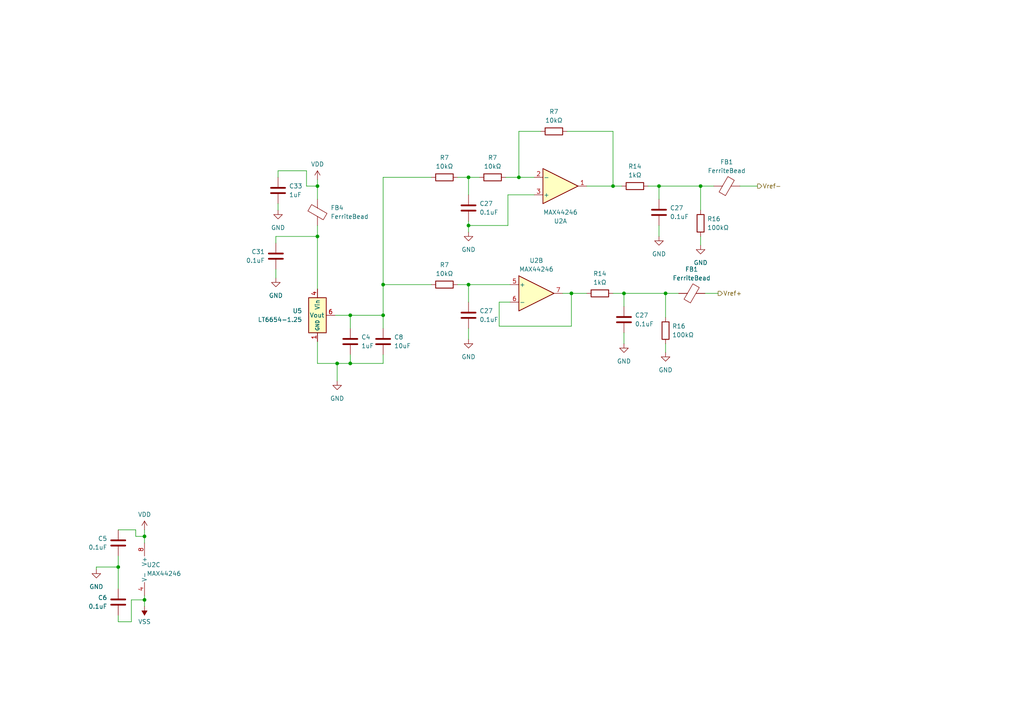
<source format=kicad_sch>
(kicad_sch (version 20230121) (generator eeschema)
  (paper "A4")
  (lib_symbols
    (symbol "Amplifier_Operational1:LT6654-1.25"
      (property "Reference" "U" (at -3.81 6.35 0))
      (property "Value" "LT6654-1.25" (at 6.35 -6.35 0))
      (symbol "LT6654-1.25_0_1"
        (rectangle (start 2.54 5.08) (end -2.54 -5.08) (stroke (width 0.254)) (fill (type background)))
      )
      (symbol "LT6654-1.25_1_1"
        (pin power_in line (at 0 -7.62 90) (length 2.54) (name "GND") (number "1"))
        (pin passive line (at 0 -7.62 90) (length 2.54) hide (name "GND") (number "2"))
        (pin power_in line (at 0 7.62 270) (length 2.54) (name "Vin") (number "4"))
        (pin output line (at 5.08 0 180) (length 2.54) (name "Vout") (number "6"))
      )
    )
    (symbol "Amplifier_Operational1:MAX44246" (pin_names (offset 0.127))
      (property "Reference" "U" (at 2.54 6.35 0))
      (property "Value" "MAX44246" (at 2.54 3.81 0))
      (symbol "MAX44246_1_1"
        (polyline (pts (xy 5.08 0) (xy -5.08 5.08) (xy -5.08 -5.08) (xy 5.08 0)) (stroke (width 0.254)) (fill (type background)))
        (pin output line (at 7.62 0 180) (length 2.54) (name "~") (number "1"))
        (pin input line (at -7.62 -2.54 0) (length 2.54) (name "-") (number "2"))
        (pin input line (at -7.62 2.54 0) (length 2.54) (name "+") (number "3"))
      )
      (symbol "MAX44246_2_1"
        (polyline (pts (xy -5.08 5.08) (xy -5.08 -5.08) (xy 5.08 0) (xy -5.08 5.08)) (stroke (width 0.254)) (fill (type background)))
        (pin input line (at -7.62 2.54 0) (length 2.54) (name "+") (number "5"))
        (pin input line (at -7.62 -2.54 0) (length 2.54) (name "-") (number "6"))
        (pin output line (at 7.62 0 180) (length 2.54) (name "~") (number "7"))
      )
      (symbol "MAX44246_3_1"
        (pin power_in line (at 0 -7.62 90) (length 3.81) (name "V-") (number "4"))
        (pin power_in line (at 0 7.62 270) (length 3.81) (name "V+") (number "8"))
      )
    )
    (symbol "Device:C" (pin_numbers hide) (pin_names (offset 0.254))
      (property "Reference" "C" (at 0.635 2.54 0))
      (property "Value" "C" (at 0.635 -2.54 0))
      (symbol "C_0_1"
        (polyline (pts (xy -2.032 -0.762) (xy 2.032 -0.762)) (stroke (width 0.508)))
        (polyline (pts (xy -2.032 0.762) (xy 2.032 0.762)) (stroke (width 0.508)))
      )
      (symbol "C_1_1"
        (pin passive line (at 0 3.81 270) (length 2.794) (name "~") (number "1"))
        (pin passive line (at 0 -3.81 90) (length 2.794) (name "~") (number "2"))
      )
    )
    (symbol "Device:FerriteBead" (pin_numbers hide) (pin_names (offset 0))
      (property "Reference" "FB" (at -3.81 0.635 90))
      (property "Value" "FerriteBead" (at 3.81 0 90))
      (symbol "FerriteBead_0_1"
        (polyline (pts (xy 0 -1.27) (xy 0 -1.2192)))
        (polyline (pts (xy 0 1.27) (xy 0 1.2954)))
        (polyline (pts (xy -2.7686 0.4064) (xy -1.7018 2.2606) (xy 2.7686 -0.3048) (xy 1.6764 -2.159) (xy -2.7686 0.4064)))
      )
      (symbol "FerriteBead_1_1"
        (pin passive line (at 0 3.81 270) (length 2.54) (name "~") (number "1"))
        (pin passive line (at 0 -3.81 90) (length 2.54) (name "~") (number "2"))
      )
    )
    (symbol "Device:R" (pin_numbers hide) (pin_names (offset 0))
      (property "Reference" "R" (at 2.032 0 90))
      (property "Value" "R" (at 0 0 90))
      (symbol "R_0_1"
        (rectangle (start -1.016 -2.54) (end 1.016 2.54) (stroke (width 0.254)))
      )
      (symbol "R_1_1"
        (pin passive line (at 0 3.81 270) (length 1.27) (name "~") (number "1"))
        (pin passive line (at 0 -3.81 90) (length 1.27) (name "~") (number "2"))
      )
    )
    (symbol "MAX44246_1" (pin_names (offset 0.127))
      (property "Reference" "U" (at 2.54 6.35 0))
      (property "Value" "MAX44246" (at 2.54 3.81 0))
      (symbol "MAX44246_1_1_1"
        (polyline (pts (xy 5.08 0) (xy -5.08 5.08) (xy -5.08 -5.08) (xy 5.08 0)) (stroke (width 0.254)) (fill (type background)))
        (pin output line (at 7.62 0 180) (length 2.54) (name "~") (number "1"))
        (pin input line (at -7.62 -2.54 0) (length 2.54) (name "-") (number "2"))
        (pin input line (at -7.62 2.54 0) (length 2.54) (name "+") (number "3"))
      )
      (symbol "MAX44246_1_2_1"
        (polyline (pts (xy -5.08 5.08) (xy -5.08 -5.08) (xy 5.08 0) (xy -5.08 5.08)) (stroke (width 0.254)) (fill (type background)))
        (pin input line (at -7.62 2.54 0) (length 2.54) (name "+") (number "5"))
        (pin input line (at -7.62 -2.54 0) (length 2.54) (name "-") (number "6"))
        (pin output line (at 7.62 0 180) (length 2.54) (name "~") (number "7"))
      )
      (symbol "MAX44246_1_3_1"
        (pin power_in line (at 0 -7.62 90) (length 3.81) (name "V-") (number "4"))
        (pin power_in line (at 0 7.62 270) (length 3.81) (name "V+") (number "8"))
      )
    )
    (symbol "power:GND" (power) (pin_names (offset 0))
      (property "Value" "GND" (at 0 -3.81 0))
      (symbol "GND_0_1"
        (polyline (pts (xy 0 0) (xy 0 -1.27) (xy 1.27 -1.27) (xy 0 -2.54) (xy -1.27 -1.27) (xy 0 -1.27)))
      )
      (symbol "GND_1_1"
        (pin power_in line (at 0 0 270) (length 0) hide (name "GND") (number "1"))
      )
    )
    (symbol "power:VDD" (power) (pin_names (offset 0))
      (property "Value" "VDD" (at 0 3.81 0))
      (symbol "VDD_0_1"
        (polyline (pts (xy -0.762 1.27) (xy 0 2.54)))
        (polyline (pts (xy 0 0) (xy 0 2.54)))
        (polyline (pts (xy 0 2.54) (xy 0.762 1.27)))
      )
      (symbol "VDD_1_1"
        (pin power_in line (at 0 0 90) (length 0) hide (name "VDD") (number "1"))
      )
    )
    (symbol "power:VSS" (power) (pin_names (offset 0))
      (property "Value" "VSS" (at 0 3.81 0))
      (symbol "VSS_0_1"
        (polyline (pts (xy 0 0) (xy 0 2.54)))
        (polyline (pts (xy 0.762 1.27) (xy -0.762 1.27) (xy 0 2.54) (xy 0.762 1.27)) (fill (type outline)))
      )
      (symbol "VSS_1_1"
        (pin power_in line (at 0 0 90) (length 0) hide (name "VSS") (number "1"))
      )
    )
  )
  (junction (at 150.495 51.435))
  (junction (at 97.79 105.41))
  (junction (at 135.89 51.435))
  (junction (at 34.29 164.465))
  (junction (at 101.6 105.41))
  (junction (at 41.91 155.575))
  (junction (at 203.2 53.975))
  (junction (at 193.04 85.09))
  (junction (at 41.91 173.99))
  (junction (at 92.075 68.58))
  (junction (at 180.975 85.09))
  (junction (at 111.125 91.44))
  (junction (at 135.89 82.55))
  (junction (at 135.89 65.405))
  (junction (at 111.125 82.55))
  (junction (at 177.8 53.975))
  (junction (at 101.6 91.44))
  (junction (at 165.735 85.09))
  (junction (at 92.075 53.975))
  (junction (at 191.135 53.975))
  (wire (pts (xy 41.91 173.99) (xy 38.1 173.99)))
  (wire (pts (xy 177.8 85.09) (xy 180.975 85.09)))
  (wire (pts (xy 101.6 91.44) (xy 101.6 95.25)))
  (wire (pts (xy 165.735 85.09) (xy 163.195 85.09)))
  (wire (pts (xy 111.125 51.435) (xy 111.125 82.55)))
  (wire (pts (xy 193.04 99.695) (xy 193.04 102.235)))
  (wire (pts (xy 177.8 38.1) (xy 177.8 53.975)))
  (wire (pts (xy 111.125 105.41) (xy 111.125 102.87)))
  (wire (pts (xy 164.465 38.1) (xy 177.8 38.1)))
  (wire (pts (xy 203.2 53.975) (xy 207.01 53.975)))
  (wire (pts (xy 135.89 95.25) (xy 135.89 98.425)))
  (wire (pts (xy 193.04 85.09) (xy 196.85 85.09)))
  (wire (pts (xy 88.9 49.53) (xy 88.9 53.975)))
  (wire (pts (xy 144.78 94.615) (xy 165.735 94.615)))
  (wire (pts (xy 92.075 68.58) (xy 80.01 68.58)))
  (wire (pts (xy 88.9 53.975) (xy 92.075 53.975)))
  (wire (pts (xy 187.96 53.975) (xy 191.135 53.975)))
  (wire (pts (xy 39.37 155.575) (xy 41.91 155.575)))
  (wire (pts (xy 135.89 82.55) (xy 135.89 87.63)))
  (wire (pts (xy 177.8 53.975) (xy 180.34 53.975)))
  (wire (pts (xy 92.075 68.58) (xy 92.075 83.82)))
  (wire (pts (xy 92.075 53.975) (xy 92.075 57.785)))
  (wire (pts (xy 147.955 87.63) (xy 144.78 87.63)))
  (wire (pts (xy 111.125 91.44) (xy 111.125 82.55)))
  (wire (pts (xy 132.715 51.435) (xy 135.89 51.435)))
  (wire (pts (xy 80.01 78.105) (xy 80.01 80.645)))
  (wire (pts (xy 111.125 82.55) (xy 125.095 82.55)))
  (wire (pts (xy 144.78 87.63) (xy 144.78 94.615)))
  (wire (pts (xy 150.495 38.1) (xy 156.845 38.1)))
  (wire (pts (xy 204.47 85.09) (xy 208.28 85.09)))
  (wire (pts (xy 150.495 51.435) (xy 150.495 38.1)))
  (wire (pts (xy 214.63 53.975) (xy 219.71 53.975)))
  (wire (pts (xy 34.29 153.67) (xy 39.37 153.67)))
  (wire (pts (xy 191.135 65.405) (xy 191.135 68.58)))
  (wire (pts (xy 92.075 99.06) (xy 92.075 105.41)))
  (wire (pts (xy 97.155 91.44) (xy 101.6 91.44)))
  (wire (pts (xy 147.32 65.405) (xy 135.89 65.405)))
  (wire (pts (xy 34.29 180.34) (xy 34.29 178.435)))
  (wire (pts (xy 92.075 53.975) (xy 92.075 52.07)))
  (wire (pts (xy 38.1 173.99) (xy 38.1 180.34)))
  (wire (pts (xy 135.89 51.435) (xy 135.89 56.515)))
  (wire (pts (xy 80.01 68.58) (xy 80.01 70.485)))
  (wire (pts (xy 41.91 155.575) (xy 41.91 157.48)))
  (wire (pts (xy 92.075 65.405) (xy 92.075 68.58)))
  (wire (pts (xy 97.79 105.41) (xy 101.6 105.41)))
  (wire (pts (xy 193.04 85.09) (xy 193.04 92.075)))
  (wire (pts (xy 41.91 172.72) (xy 41.91 173.99)))
  (wire (pts (xy 150.495 51.435) (xy 154.94 51.435)))
  (wire (pts (xy 180.975 88.9) (xy 180.975 85.09)))
  (wire (pts (xy 135.89 65.405) (xy 135.89 67.31)))
  (wire (pts (xy 135.89 51.435) (xy 139.065 51.435)))
  (wire (pts (xy 27.94 164.465) (xy 34.29 164.465)))
  (wire (pts (xy 101.6 105.41) (xy 111.125 105.41)))
  (wire (pts (xy 146.685 51.435) (xy 150.495 51.435)))
  (wire (pts (xy 180.975 96.52) (xy 180.975 99.695)))
  (wire (pts (xy 34.29 164.465) (xy 34.29 170.815)))
  (wire (pts (xy 97.79 105.41) (xy 97.79 110.49)))
  (wire (pts (xy 80.645 59.055) (xy 80.645 60.96)))
  (wire (pts (xy 147.32 56.515) (xy 147.32 65.405)))
  (wire (pts (xy 80.645 49.53) (xy 88.9 49.53)))
  (wire (pts (xy 191.135 53.975) (xy 203.2 53.975)))
  (wire (pts (xy 34.29 164.465) (xy 34.29 161.29)))
  (wire (pts (xy 135.89 64.135) (xy 135.89 65.405)))
  (wire (pts (xy 27.94 164.465) (xy 27.94 165.1)))
  (wire (pts (xy 125.095 51.435) (xy 111.125 51.435)))
  (wire (pts (xy 101.6 91.44) (xy 111.125 91.44)))
  (wire (pts (xy 165.735 94.615) (xy 165.735 85.09)))
  (wire (pts (xy 92.075 105.41) (xy 97.79 105.41)))
  (wire (pts (xy 180.975 85.09) (xy 193.04 85.09)))
  (wire (pts (xy 80.645 51.435) (xy 80.645 49.53)))
  (wire (pts (xy 154.94 56.515) (xy 147.32 56.515)))
  (wire (pts (xy 132.715 82.55) (xy 135.89 82.55)))
  (wire (pts (xy 111.125 91.44) (xy 111.125 95.25)))
  (wire (pts (xy 41.91 155.575) (xy 41.91 153.67)))
  (wire (pts (xy 203.2 53.975) (xy 203.2 60.96)))
  (wire (pts (xy 135.89 82.55) (xy 147.955 82.55)))
  (wire (pts (xy 203.2 68.58) (xy 203.2 71.12)))
  (wire (pts (xy 38.1 180.34) (xy 34.29 180.34)))
  (wire (pts (xy 177.8 53.975) (xy 170.18 53.975)))
  (wire (pts (xy 101.6 105.41) (xy 101.6 102.87)))
  (wire (pts (xy 165.735 85.09) (xy 170.18 85.09)))
  (wire (pts (xy 41.91 173.99) (xy 41.91 175.895)))
  (wire (pts (xy 191.135 57.785) (xy 191.135 53.975)))
  (wire (pts (xy 39.37 153.67) (xy 39.37 155.575)))
  (hierarchical_label "Vref+" (shape output) (at 208.28 85.09 0))
  (hierarchical_label "Vref-" (shape output) (at 219.71 53.975 0))
  (symbol (lib_id "Device:C") (at 180.975 92.71 180) (unit 1)
    (property "Reference" "C27" (at 184.15 91.44 0) (effects (justify right)))
    (property "Value" "0.1uF" (at 184.15 93.98 0) (effects (justify right)))
    (property "Footprint" "Capacitor_SMD:C_0805_2012Metric_Pad1.18x1.45mm_HandSolder" (effects hide))
    (instances (project "TransimpedianceAmplifierV2" (path "" (reference "C27") (unit 1)) (path "" (reference "C27") (unit 1)) (path "" (reference "C49") (unit 1))))
  )
  (symbol (lib_id "Device:FerriteBead") (at 200.66 85.09 90) (unit 1)
    (property "Reference" "FB1" (at 200.6092 78.105 90))
    (property "Value" "FerriteBead" (at 200.6092 80.645 90))
    (property "Footprint" "Resistor_SMD:R_0805_2012Metric" (effects hide))
    (instances (project "TransimpedianceAmplifierV2" (path "" (reference "FB1") (unit 1)) (path "" (reference "FB1") (unit 1)) (path "" (reference "FB9") (unit 1))))
  )
  (symbol (lib_id "Device:FerriteBead") (at 210.82 53.975 90) (unit 1)
    (property "Reference" "FB1" (at 210.7692 46.99 90))
    (property "Value" "FerriteBead" (at 210.7692 49.53 90))
    (property "Footprint" "Resistor_SMD:R_0805_2012Metric" (effects hide))
    (instances (project "TransimpedianceAmplifierV2" (path "" (reference "FB1") (unit 1)) (path "" (reference "FB1") (unit 1)) (path "" (reference "FB10") (unit 1))))
  )
  (symbol (lib_id "power:GND") (at 135.89 67.31 0) (unit 1)
    (property "Reference" "#PWR018" (effects hide))
    (property "Value" "GND" (at 135.89 72.39 0))
    (instances (project "TransimpedianceAmplifierV2" (path "" (reference "#PWR018") (unit 1)) (path "" (reference "#PWR018") (unit 1)) (path "" (reference "#PWR042") (unit 1))))
  )
  (symbol (lib_id "power:GND") (at 193.04 102.235 0) (unit 1)
    (property "Reference" "#PWR019" (effects hide))
    (property "Value" "GND" (at 193.04 107.315 0))
    (instances (project "TransimpedianceAmplifierV2" (path "" (reference "#PWR019") (unit 1)) (path "" (reference "#PWR019") (unit 1)) (path "" (reference "#PWR046") (unit 1))))
  )
  (symbol (lib_name "MAX44246_1") (lib_id "Amplifier_Operational1:MAX44246") (at 162.56 53.975 0) (mirror x) (unit 1)
    (property "Reference" "U2" (at 162.56 64.135 0))
    (property "Value" "MAX44246" (at 162.56 61.595 0))
    (property "Footprint" "Package_SO:TSSOP-8_3x3mm_P0.65mm" (effects hide))
    (property "Datasheet" "https://www.analog.com/media/en/technical-documentation/data-sheets/MAX44241-MAX44246.pdf" (effects hide))
    (instances (project "TransimpedianceAmplifierV2" (path "" (reference "U2") (unit 1)) (path "" (reference "U2") (unit 1)) (path "" (reference "U4") (unit 1))))
  )
  (symbol (lib_id "Amplifier_Operational1:MAX44246") (at 155.575 85.09 0) (unit 2)
    (property "Reference" "U2" (at 155.575 75.565 0))
    (property "Value" "MAX44246" (at 155.575 78.105 0))
    (property "Footprint" "Package_SO:TSSOP-8_3x3mm_P0.65mm" (effects hide))
    (property "Datasheet" "https://www.analog.com/media/en/technical-documentation/data-sheets/MAX44241-MAX44246.pdf" (effects hide))
    (instances (project "TransimpedianceAmplifierV2" (path "" (reference "U2") (unit 2)) (path "" (reference "U2") (unit 2)) (path "" (reference "U4") (unit 2))))
  )
  (symbol (lib_id "Amplifier_Operational1:MAX44246") (at 41.91 165.1 0) (unit 3)
    (property "Reference" "U2" (at 42.545 163.83 0) (effects (justify left)))
    (property "Value" "MAX44246" (at 42.545 166.37 0) (effects (justify left)))
    (property "Footprint" "Package_SO:TSSOP-8_3x3mm_P0.65mm" (effects hide))
    (property "Datasheet" "https://www.analog.com/media/en/technical-documentation/data-sheets/MAX44241-MAX44246.pdf" (effects hide))
    (instances (project "TransimpedianceAmplifierV2" (path "" (reference "U2") (unit 3)) (path "" (reference "U2") (unit 3)) (path "" (reference "U4") (unit 3))))
  )
  (symbol (lib_id "Device:C") (at 111.125 99.06 180) (unit 1)
    (property "Reference" "C8" (at 114.3 97.79 0) (effects (justify right)))
    (property "Value" "10uF" (at 114.3 100.33 0) (effects (justify right)))
    (property "Footprint" "Capacitor_SMD:C_0805_2012Metric_Pad1.18x1.45mm_HandSolder" (effects hide))
    (instances (project "TransimpedianceAmplifierV2" (path "" (reference "C8") (unit 1)) (path "" (reference "C8") (unit 1)) (path "" (reference "C46") (unit 1))))
  )
  (symbol (lib_id "power:VSS") (at 41.91 175.895 180) (unit 1)
    (property "Reference" "#PWR09" (effects hide))
    (property "Value" "VSS" (at 41.91 180.34 0))
    (instances (project "TransimpedianceAmplifierV2" (path "" (reference "#PWR09") (unit 1)) (path "" (reference "#PWR09") (unit 1)) (path "" (reference "#PWR037") (unit 1))))
  )
  (symbol (lib_id "Device:C") (at 34.29 157.48 0) (mirror x) (unit 1)
    (property "Reference" "C5" (at 31.115 156.21 0) (effects (justify right)))
    (property "Value" "0.1uF" (at 31.115 158.75 0) (effects (justify right)))
    (property "Footprint" "Capacitor_SMD:C_0805_2012Metric_Pad1.18x1.45mm_HandSolder" (effects hide))
    (instances (project "TransimpedianceAmplifierV2" (path "" (reference "C5") (unit 1)) (path "" (reference "C5") (unit 1)) (path "" (reference "C41") (unit 1))))
  )
  (symbol (lib_id "Device:R") (at 128.905 82.55 270) (unit 1)
    (property "Reference" "R7" (at 128.905 76.835 90))
    (property "Value" "10kΩ" (at 128.905 79.375 90))
    (property "Footprint" "Resistor_SMD:R_0805_2012Metric_Pad1.20x1.40mm_HandSolder" (effects hide))
    (instances (project "TransimpedianceAmplifierV2" (path "" (reference "R7") (unit 1)) (path "" (reference "R7") (unit 1)) (path "" (reference "R31") (unit 1))))
  )
  (symbol (lib_id "Device:FerriteBead") (at 92.075 61.595 0) (unit 1)
    (property "Reference" "FB4" (at 95.885 60.2742 0) (effects (justify left)))
    (property "Value" "FerriteBead" (at 95.885 62.8142 0) (effects (justify left)))
    (property "Footprint" "Resistor_SMD:R_0805_2012Metric" (effects hide))
    (instances (project "TransimpedianceAmplifierV2" (path "" (reference "FB4") (unit 1)) (path "" (reference "FB4") (unit 1)) (path "" (reference "FB8") (unit 1))))
  )
  (symbol (lib_id "Device:C") (at 80.01 74.295 0) (mirror x) (unit 1)
    (property "Reference" "C31" (at 76.835 73.025 0) (effects (justify right)))
    (property "Value" "0.1uF" (at 76.835 75.565 0) (effects (justify right)))
    (property "Footprint" "Capacitor_SMD:C_0805_2012Metric_Pad1.18x1.45mm_HandSolder" (effects hide))
    (instances (project "TransimpedianceAmplifierV2" (path "" (reference "C31") (unit 1)) (path "" (reference "C31") (unit 1)) (path "" (reference "C43") (unit 1))))
  )
  (symbol (lib_id "Device:R") (at 184.15 53.975 90) (unit 1)
    (property "Reference" "R14" (at 184.15 48.26 90))
    (property "Value" "1kΩ" (at 184.15 50.8 90))
    (property "Footprint" "Resistor_SMD:R_0805_2012Metric_Pad1.20x1.40mm_HandSolder" (effects hide))
    (instances (project "TransimpedianceAmplifierV2" (path "" (reference "R14") (unit 1)) (path "" (reference "R14") (unit 1)) (path "" (reference "R35") (unit 1))))
  )
  (symbol (lib_id "Device:R") (at 203.2 64.77 180) (unit 1)
    (property "Reference" "R16" (at 205.105 63.5 0) (effects (justify right)))
    (property "Value" "100kΩ" (at 205.105 66.04 0) (effects (justify right)))
    (property "Footprint" "Resistor_SMD:R_0805_2012Metric_Pad1.20x1.40mm_HandSolder" (effects hide))
    (instances (project "TransimpedianceAmplifierV2" (path "" (reference "R16") (unit 1)) (path "" (reference "R16") (unit 1)) (path "" (reference "R37") (unit 1))))
  )
  (symbol (lib_id "power:GND") (at 203.2 71.12 0) (unit 1)
    (property "Reference" "#PWR019" (effects hide))
    (property "Value" "GND" (at 203.2 76.2 0))
    (instances (project "TransimpedianceAmplifierV2" (path "" (reference "#PWR019") (unit 1)) (path "" (reference "#PWR019") (unit 1)) (path "" (reference "#PWR047") (unit 1))))
  )
  (symbol (lib_id "power:GND") (at 27.94 165.1 0) (unit 1)
    (property "Reference" "#PWR06" (effects hide))
    (property "Value" "GND" (at 27.94 170.18 0))
    (instances (project "TransimpedianceAmplifierV2" (path "" (reference "#PWR06") (unit 1)) (path "" (reference "#PWR06") (unit 1)) (path "" (reference "#PWR035") (unit 1))))
  )
  (symbol (lib_id "Device:R") (at 193.04 95.885 180) (unit 1)
    (property "Reference" "R16" (at 194.945 94.615 0) (effects (justify right)))
    (property "Value" "100kΩ" (at 194.945 97.155 0) (effects (justify right)))
    (property "Footprint" "Resistor_SMD:R_0805_2012Metric_Pad1.20x1.40mm_HandSolder" (effects hide))
    (instances (project "TransimpedianceAmplifierV2" (path "" (reference "R16") (unit 1)) (path "" (reference "R16") (unit 1)) (path "" (reference "R36") (unit 1))))
  )
  (symbol (lib_id "Device:C") (at 101.6 99.06 180) (unit 1)
    (property "Reference" "C4" (at 104.775 97.79 0) (effects (justify right)))
    (property "Value" "1uF" (at 104.775 100.33 0) (effects (justify right)))
    (property "Footprint" "Capacitor_SMD:C_0805_2012Metric_Pad1.18x1.45mm_HandSolder" (effects hide))
    (instances (project "TransimpedianceAmplifierV2" (path "" (reference "C4") (unit 1)) (path "" (reference "C4") (unit 1)) (path "" (reference "C45") (unit 1))))
  )
  (symbol (lib_id "power:VDD") (at 92.075 52.07 0) (unit 1)
    (property "Reference" "#PWR025" (effects hide))
    (property "Value" "VDD" (at 92.075 47.625 0))
    (instances (project "TransimpedianceAmplifierV2" (path "" (reference "#PWR025") (unit 1)) (path "" (reference "#PWR025") (unit 1)) (path "" (reference "#PWR040") (unit 1))))
  )
  (symbol (lib_id "power:GND") (at 97.79 110.49 0) (unit 1)
    (property "Reference" "#PWR07" (effects hide))
    (property "Value" "GND" (at 97.79 115.57 0))
    (instances (project "TransimpedianceAmplifierV2" (path "" (reference "#PWR07") (unit 1)) (path "" (reference "#PWR07") (unit 1)) (path "" (reference "#PWR041") (unit 1))))
  )
  (symbol (lib_id "Device:R") (at 160.655 38.1 270) (unit 1)
    (property "Reference" "R7" (at 160.655 32.385 90))
    (property "Value" "10kΩ" (at 160.655 34.925 90))
    (property "Footprint" "Resistor_SMD:R_0805_2012Metric_Pad1.20x1.40mm_HandSolder" (effects hide))
    (instances (project "TransimpedianceAmplifierV2" (path "" (reference "R7") (unit 1)) (path "" (reference "R7") (unit 1)) (path "" (reference "R33") (unit 1))))
  )
  (symbol (lib_id "Device:C") (at 191.135 61.595 180) (unit 1)
    (property "Reference" "C27" (at 194.31 60.325 0) (effects (justify right)))
    (property "Value" "0.1uF" (at 194.31 62.865 0) (effects (justify right)))
    (property "Footprint" "Capacitor_SMD:C_0805_2012Metric_Pad1.18x1.45mm_HandSolder" (effects hide))
    (instances (project "TransimpedianceAmplifierV2" (path "" (reference "C27") (unit 1)) (path "" (reference "C27") (unit 1)) (path "" (reference "C50") (unit 1))))
  )
  (symbol (lib_id "Amplifier_Operational1:LT6654-1.25") (at 92.075 91.44 0) (unit 1)
    (property "Reference" "U5" (at 87.63 90.17 0) (effects (justify right)))
    (property "Value" "LT6654-1.25" (at 87.63 92.71 0) (effects (justify right)))
    (property "Footprint" "Package_TO_SOT_SMD:TSOT-23-6" (effects hide))
    (property "Datasheet" "https://www.analog.com/media/en/technical-documentation/data-sheets/lt6654.pdf" (effects hide))
  )
  (symbol (lib_id "power:GND") (at 180.975 99.695 0) (unit 1)
    (property "Reference" "#PWR018" (effects hide))
    (property "Value" "GND" (at 180.975 104.775 0))
    (instances (project "TransimpedianceAmplifierV2" (path "" (reference "#PWR018") (unit 1)) (path "" (reference "#PWR018") (unit 1)) (path "" (reference "#PWR044") (unit 1))))
  )
  (symbol (lib_id "Device:C") (at 135.89 91.44 180) (unit 1)
    (property "Reference" "C27" (at 139.065 90.17 0) (effects (justify right)))
    (property "Value" "0.1uF" (at 139.065 92.71 0) (effects (justify right)))
    (property "Footprint" "Capacitor_SMD:C_0805_2012Metric_Pad1.18x1.45mm_HandSolder" (effects hide))
    (instances (project "TransimpedianceAmplifierV2" (path "" (reference "C27") (unit 1)) (path "" (reference "C27") (unit 1)) (path "" (reference "C48") (unit 1))))
  )
  (symbol (lib_id "power:GND") (at 80.01 80.645 0) (unit 1)
    (property "Reference" "#PWR023" (effects hide))
    (property "Value" "GND" (at 80.01 85.725 0))
    (instances (project "TransimpedianceAmplifierV2" (path "" (reference "#PWR023") (unit 1)) (path "" (reference "#PWR023") (unit 1)) (path "" (reference "#PWR038") (unit 1))))
  )
  (symbol (lib_id "Device:R") (at 173.99 85.09 90) (unit 1)
    (property "Reference" "R14" (at 173.99 79.375 90))
    (property "Value" "1kΩ" (at 173.99 81.915 90))
    (property "Footprint" "Resistor_SMD:R_0805_2012Metric_Pad1.20x1.40mm_HandSolder" (effects hide))
    (instances (project "TransimpedianceAmplifierV2" (path "" (reference "R14") (unit 1)) (path "" (reference "R14") (unit 1)) (path "" (reference "R34") (unit 1))))
  )
  (symbol (lib_id "power:GND") (at 191.135 68.58 0) (unit 1)
    (property "Reference" "#PWR018" (effects hide))
    (property "Value" "GND" (at 191.135 73.66 0))
    (instances (project "TransimpedianceAmplifierV2" (path "" (reference "#PWR018") (unit 1)) (path "" (reference "#PWR018") (unit 1)) (path "" (reference "#PWR045") (unit 1))))
  )
  (symbol (lib_id "Device:C") (at 80.645 55.245 0) (mirror y) (unit 1)
    (property "Reference" "C33" (at 83.82 53.975 0) (effects (justify right)))
    (property "Value" "1uF" (at 83.82 56.515 0) (effects (justify right)))
    (property "Footprint" "Capacitor_SMD:C_0805_2012Metric_Pad1.18x1.45mm_HandSolder" (effects hide))
    (instances (project "TransimpedianceAmplifierV2" (path "" (reference "C33") (unit 1)) (path "" (reference "C33") (unit 1)) (path "" (reference "C44") (unit 1))))
  )
  (symbol (lib_id "Device:C") (at 135.89 60.325 180) (unit 1)
    (property "Reference" "C27" (at 139.065 59.055 0) (effects (justify right)))
    (property "Value" "0.1uF" (at 139.065 61.595 0) (effects (justify right)))
    (property "Footprint" "Capacitor_SMD:C_0805_2012Metric_Pad1.18x1.45mm_HandSolder" (effects hide))
    (instances (project "TransimpedianceAmplifierV2" (path "" (reference "C27") (unit 1)) (path "" (reference "C27") (unit 1)) (path "" (reference "C47") (unit 1))))
  )
  (symbol (lib_id "Device:C") (at 34.29 174.625 0) (mirror x) (unit 1)
    (property "Reference" "C6" (at 31.115 173.355 0) (effects (justify right)))
    (property "Value" "0.1uF" (at 31.115 175.895 0) (effects (justify right)))
    (property "Footprint" "Capacitor_SMD:C_0805_2012Metric_Pad1.18x1.45mm_HandSolder" (effects hide))
    (instances (project "TransimpedianceAmplifierV2" (path "" (reference "C6") (unit 1)) (path "" (reference "C6") (unit 1)) (path "" (reference "C42") (unit 1))))
  )
  (symbol (lib_id "Device:R") (at 128.905 51.435 270) (unit 1)
    (property "Reference" "R7" (at 128.905 45.72 90))
    (property "Value" "10kΩ" (at 128.905 48.26 90))
    (property "Footprint" "Resistor_SMD:R_0805_2012Metric_Pad1.20x1.40mm_HandSolder" (effects hide))
    (instances (project "TransimpedianceAmplifierV2" (path "" (reference "R7") (unit 1)) (path "" (reference "R7") (unit 1)) (path "" (reference "R30") (unit 1))))
  )
  (symbol (lib_id "power:GND") (at 135.89 98.425 0) (unit 1)
    (property "Reference" "#PWR018" (effects hide))
    (property "Value" "GND" (at 135.89 103.505 0))
    (instances (project "TransimpedianceAmplifierV2" (path "" (reference "#PWR018") (unit 1)) (path "" (reference "#PWR018") (unit 1)) (path "" (reference "#PWR043") (unit 1))))
  )
  (symbol (lib_id "power:VDD") (at 41.91 153.67 0) (unit 1)
    (property "Reference" "#PWR08" (effects hide))
    (property "Value" "VDD" (at 41.91 149.225 0))
    (instances (project "TransimpedianceAmplifierV2" (path "" (reference "#PWR08") (unit 1)) (path "" (reference "#PWR08") (unit 1)) (path "" (reference "#PWR036") (unit 1))))
  )
  (symbol (lib_id "Device:R") (at 142.875 51.435 270) (unit 1)
    (property "Reference" "R7" (at 142.875 45.72 90))
    (property "Value" "10kΩ" (at 142.875 48.26 90))
    (property "Footprint" "Resistor_SMD:R_0805_2012Metric_Pad1.20x1.40mm_HandSolder" (effects hide))
    (instances (project "TransimpedianceAmplifierV2" (path "" (reference "R7") (unit 1)) (path "" (reference "R7") (unit 1)) (path "" (reference "R32") (unit 1))))
  )
  (symbol (lib_id "power:GND") (at 80.645 60.96 0) (unit 1)
    (property "Reference" "#PWR023" (effects hide))
    (property "Value" "GND" (at 80.645 66.04 0))
    (instances (project "TransimpedianceAmplifierV2" (path "" (reference "#PWR023") (unit 1)) (path "" (reference "#PWR023") (unit 1)) (path "" (reference "#PWR039") (unit 1))))
  )
)
</source>
